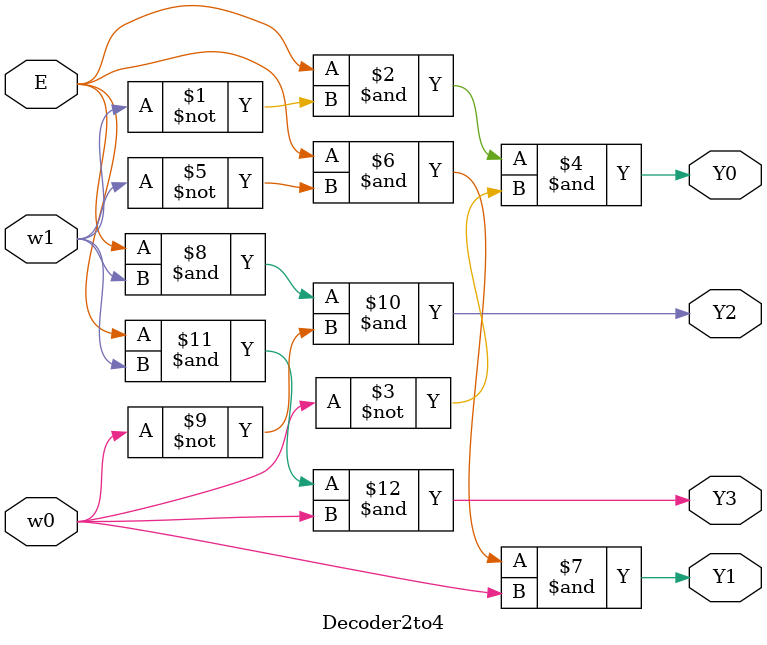
<source format=v>
module Decoder2to4(E, w1, w0, Y0, Y1, Y2, Y3);
	input E, w1, w0 ; 
	output Y0, Y1, Y2, Y3;
	
	
assign Y0 = (E & (~w1) & (~w0));
assign Y1 = (E & (~w1) & (w0));
assign Y2 = (E & (w1) & (~w0));
assign Y3 = (E & (w1) & (w0));
	
 
endmodule
  
</source>
